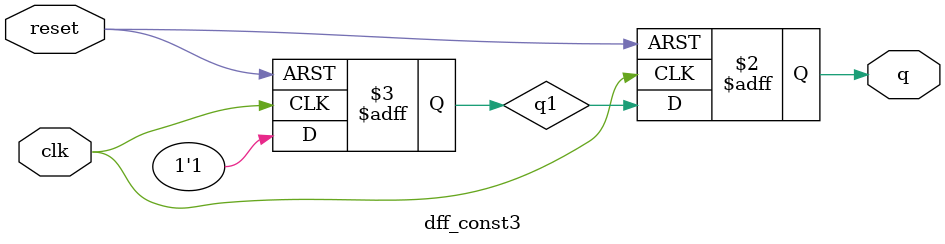
<source format=v>
module dff_const3(input clk, input reset, output reg q);
reg q1;

always @(posedge clk, posedge reset)
begin
	if(reset)
	begin
		q <= 1'b1;
		q1 <= 1'b0;
	end
	else
	begin
		q1 <= 1'b1;
		q <= q1;
	end
end

endmodule

</source>
